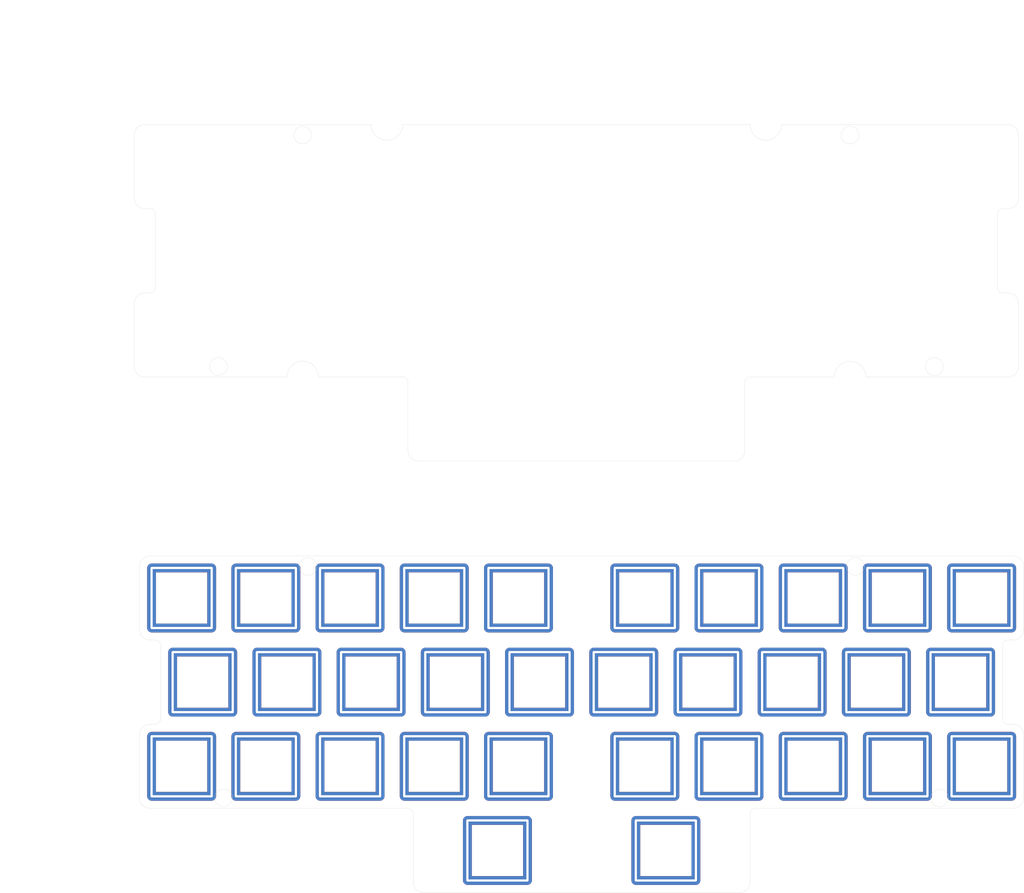
<source format=kicad_pcb>
(kicad_pcb (version 20221018) (generator pcbnew)
  (title_block (rev "1.0.0"))
  (layers (0 "F.Cu" signal) (31 "B.Cu" signal) (34 "B.Paste" user) (35 "F.Paste" user) (36 "B.SilkS" user "B.Silkscreen") (37 "F.SilkS" user "F.Silkscreen") (38 "B.Mask" user) (39 "F.Mask" user) (44 "Edge.Cuts" user))
  (net 0 "")
  (footprint "Marksard_Keyboard:SW_Hole_TH" (layer "F.Cu") (at 140.49375 73.81875)
    (fp_text reference "SW_HOLE-1" hide)
    (fp_text value "SW_HOLE-1" hide)
    (pad "1" thru_hole oval (at -6.8 0) (size 2 15.5) (drill oval 0.5 14) (layers "*.Cu" "*.Mask"))
    (pad "1" thru_hole oval (at 0 -6.8 90) (size 2 15.5) (drill oval 0.5 14) (layers "*.Cu" "*.Mask"))
    (pad "1" thru_hole oval (at 0 6.8 90) (size 2 15.5) (drill oval 0.5 14) (layers "*.Cu" "*.Mask"))
    (pad "1" thru_hole oval (at 6.8 0) (size 2 15.5) (drill oval 0.5 14) (layers "*.Cu" "*.Mask"))
  )
  (footprint "Marksard_Keyboard:SW_Hole_TH" (layer "F.Cu") (at 116.68125 92.86875)
    (fp_text reference "SW_HOLE-1" hide)
    (fp_text value "SW_HOLE-1" hide)
    (pad "1" thru_hole oval (at -6.8 0) (size 2 15.5) (drill oval 0.5 14) (layers "*.Cu" "*.Mask"))
    (pad "1" thru_hole oval (at 0 -6.8 90) (size 2 15.5) (drill oval 0.5 14) (layers "*.Cu" "*.Mask"))
    (pad "1" thru_hole oval (at 0 6.8 90) (size 2 15.5) (drill oval 0.5 14) (layers "*.Cu" "*.Mask"))
    (pad "1" thru_hole oval (at 6.8 0) (size 2 15.5) (drill oval 0.5 14) (layers "*.Cu" "*.Mask"))
  )
  (footprint "Marksard_Keyboard:SW_Hole_TH" (layer "F.Cu") (at 83.34375 73.81875)
    (fp_text reference "SW_HOLE-1" hide)
    (fp_text value "SW_HOLE-1" hide)
    (pad "1" thru_hole oval (at -6.8 0) (size 2 15.5) (drill oval 0.5 14) (layers "*.Cu" "*.Mask"))
    (pad "1" thru_hole oval (at 0 -6.8 90) (size 2 15.5) (drill oval 0.5 14) (layers "*.Cu" "*.Mask"))
    (pad "1" thru_hole oval (at 0 6.8 90) (size 2 15.5) (drill oval 0.5 14) (layers "*.Cu" "*.Mask"))
    (pad "1" thru_hole oval (at 6.8 0) (size 2 15.5) (drill oval 0.5 14) (layers "*.Cu" "*.Mask"))
  )
  (footprint "Marksard_Keyboard:SW_Hole_TH" (layer "F.Cu") (at 145.25625 92.86875)
    (fp_text reference "SW_HOLE-1" hide)
    (fp_text value "SW_HOLE-1" hide)
    (pad "1" thru_hole oval (at -6.8 0) (size 2 15.5) (drill oval 0.5 14) (layers "*.Cu" "*.Mask"))
    (pad "1" thru_hole oval (at 0 -6.8 90) (size 2 15.5) (drill oval 0.5 14) (layers "*.Cu" "*.Mask"))
    (pad "1" thru_hole oval (at 0 6.8 90) (size 2 15.5) (drill oval 0.5 14) (layers "*.Cu" "*.Mask"))
    (pad "1" thru_hole oval (at 6.8 0) (size 2 15.5) (drill oval 0.5 14) (layers "*.Cu" "*.Mask"))
  )
  (footprint "Marksard_Keyboard:SW_Hole_TH" (layer "F.Cu") (at 59.53125 54.76875)
    (fp_text reference "SW_HOLE-1" hide)
    (fp_text value "SW_HOLE-1" hide)
    (pad "1" thru_hole oval (at -6.8 0) (size 2 15.5) (drill oval 0.5 14) (layers "*.Cu" "*.Mask"))
    (pad "1" thru_hole oval (at 0 -6.8 90) (size 2 15.5) (drill oval 0.5 14) (layers "*.Cu" "*.Mask"))
    (pad "1" thru_hole oval (at 0 6.8 90) (size 2 15.5) (drill oval 0.5 14) (layers "*.Cu" "*.Mask"))
    (pad "1" thru_hole oval (at 6.8 0) (size 2 15.5) (drill oval 0.5 14) (layers "*.Cu" "*.Mask"))
  )
  (footprint "Marksard_Keyboard:SW_Hole_TH" (layer "F.Cu") (at 150.01875 111.91875)
    (fp_text reference "SW_HOLE-1" hide)
    (fp_text value "SW_HOLE-1" hide)
    (pad "1" thru_hole oval (at -6.8 0) (size 2 15.5) (drill oval 0.5 14) (layers "*.Cu" "*.Mask"))
    (pad "1" thru_hole oval (at 0 -6.8 90) (size 2 15.5) (drill oval 0.5 14) (layers "*.Cu" "*.Mask"))
    (pad "1" thru_hole oval (at 0 6.8 90) (size 2 15.5) (drill oval 0.5 14) (layers "*.Cu" "*.Mask"))
    (pad "1" thru_hole oval (at 6.8 0) (size 2 15.5) (drill oval 0.5 14) (layers "*.Cu" "*.Mask"))
  )
  (footprint "Marksard_Keyboard:SW_Hole_TH" (layer "F.Cu") (at 45.24375 73.81875)
    (fp_text reference "SW_HOLE-1" hide)
    (fp_text value "SW_HOLE-1" hide)
    (pad "1" thru_hole oval (at -6.8 0) (size 2 15.5) (drill oval 0.5 14) (layers "*.Cu" "*.Mask"))
    (pad "1" thru_hole oval (at 0 -6.8 90) (size 2 15.5) (drill oval 0.5 14) (layers "*.Cu" "*.Mask"))
    (pad "1" thru_hole oval (at 0 6.8 90) (size 2 15.5) (drill oval 0.5 14) (layers "*.Cu" "*.Mask"))
    (pad "1" thru_hole oval (at 6.8 0) (size 2 15.5) (drill oval 0.5 14) (layers "*.Cu" "*.Mask"))
  )
  (footprint "Marksard_Keyboard:SW_Hole_TH" (layer "F.Cu") (at 78.58125 92.86875)
    (fp_text reference "SW_HOLE-1" hide)
    (fp_text value "SW_HOLE-1" hide)
    (pad "1" thru_hole oval (at -6.8 0) (size 2 15.5) (drill oval 0.5 14) (layers "*.Cu" "*.Mask"))
    (pad "1" thru_hole oval (at 0 -6.8 90) (size 2 15.5) (drill oval 0.5 14) (layers "*.Cu" "*.Mask"))
    (pad "1" thru_hole oval (at 0 6.8 90) (size 2 15.5) (drill oval 0.5 14) (layers "*.Cu" "*.Mask"))
    (pad "1" thru_hole oval (at 6.8 0) (size 2 15.5) (drill oval 0.5 14) (layers "*.Cu" "*.Mask"))
  )
  (footprint "Marksard_Keyboard:SW_Hole_TH" (layer "F.Cu") (at 221.45625 92.86875)
    (fp_text reference "SW_HOLE-1" hide)
    (fp_text value "SW_HOLE-1" hide)
    (pad "1" thru_hole oval (at -6.8 0) (size 2 15.5) (drill oval 0.5 14) (layers "*.Cu" "*.Mask"))
    (pad "1" thru_hole oval (at 0 -6.8 90) (size 2 15.5) (drill oval 0.5 14) (layers "*.Cu" "*.Mask"))
    (pad "1" thru_hole oval (at 0 6.8 90) (size 2 15.5) (drill oval 0.5 14) (layers "*.Cu" "*.Mask"))
    (pad "1" thru_hole oval (at 6.8 0) (size 2 15.5) (drill oval 0.5 14) (layers "*.Cu" "*.Mask"))
  )
  (footprint "Marksard_Keyboard:SW_Hole_TH" (layer "F.Cu") (at 116.68125 54.76875)
    (fp_text reference "SW_HOLE-1" hide)
    (fp_text value "SW_HOLE-1" hide)
    (pad "1" thru_hole oval (at -6.8 0) (size 2 15.5) (drill oval 0.5 14) (layers "*.Cu" "*.Mask"))
    (pad "1" thru_hole oval (at 0 -6.8 90) (size 2 15.5) (drill oval 0.5 14) (layers "*.Cu" "*.Mask"))
    (pad "1" thru_hole oval (at 0 6.8 90) (size 2 15.5) (drill oval 0.5 14) (layers "*.Cu" "*.Mask"))
    (pad "1" thru_hole oval (at 6.8 0) (size 2 15.5) (drill oval 0.5 14) (layers "*.Cu" "*.Mask"))
  )
  (footprint "Marksard_Keyboard:SW_Hole_TH" (layer "F.Cu") (at 202.40625 54.76875)
    (fp_text reference "SW_HOLE-1" hide)
    (fp_text value "SW_HOLE-1" hide)
    (pad "1" thru_hole oval (at -6.8 0) (size 2 15.5) (drill oval 0.5 14) (layers "*.Cu" "*.Mask"))
    (pad "1" thru_hole oval (at 0 -6.8 90) (size 2 15.5) (drill oval 0.5 14) (layers "*.Cu" "*.Mask"))
    (pad "1" thru_hole oval (at 0 6.8 90) (size 2 15.5) (drill oval 0.5 14) (layers "*.Cu" "*.Mask"))
    (pad "1" thru_hole oval (at 6.8 0) (size 2 15.5) (drill oval 0.5 14) (layers "*.Cu" "*.Mask"))
  )
  (footprint "Marksard_Keyboard:SW_Hole_TH" (layer "F.Cu") (at 121.44375 73.81875)
    (fp_text reference "SW_HOLE-1" hide)
    (fp_text value "SW_HOLE-1" hide)
    (pad "1" thru_hole oval (at -6.8 0) (size 2 15.5) (drill oval 0.5 14) (layers "*.Cu" "*.Mask"))
    (pad "1" thru_hole oval (at 0 -6.8 90) (size 2 15.5) (drill oval 0.5 14) (layers "*.Cu" "*.Mask"))
    (pad "1" thru_hole oval (at 0 6.8 90) (size 2 15.5) (drill oval 0.5 14) (layers "*.Cu" "*.Mask"))
    (pad "1" thru_hole oval (at 6.8 0) (size 2 15.5) (drill oval 0.5 14) (layers "*.Cu" "*.Mask"))
  )
  (footprint "Marksard_Keyboard:SW_Hole_TH" (layer "F.Cu") (at 64.29375 73.81875)
    (fp_text reference "SW_HOLE-1" hide)
    (fp_text value "SW_HOLE-1" hide)
    (pad "1" thru_hole oval (at -6.8 0) (size 2 15.5) (drill oval 0.5 14) (layers "*.Cu" "*.Mask"))
    (pad "1" thru_hole oval (at 0 -6.8 90) (size 2 15.5) (drill oval 0.5 14) (layers "*.Cu" "*.Mask"))
    (pad "1" thru_hole oval (at 0 6.8 90) (size 2 15.5) (drill oval 0.5 14) (layers "*.Cu" "*.Mask"))
    (pad "1" thru_hole oval (at 6.8 0) (size 2 15.5) (drill oval 0.5 14) (layers "*.Cu" "*.Mask"))
  )
  (footprint "Marksard_Keyboard:SW_Hole_TH" (layer "F.Cu") (at 78.58125 54.76875)
    (fp_text reference "SW_HOLE-1" hide)
    (fp_text value "SW_HOLE-1" hide)
    (pad "1" thru_hole oval (at -6.8 0) (size 2 15.5) (drill oval 0.5 14) (layers "*.Cu" "*.Mask"))
    (pad "1" thru_hole oval (at 0 -6.8 90) (size 2 15.5) (drill oval 0.5 14) (layers "*.Cu" "*.Mask"))
    (pad "1" thru_hole oval (at 0 6.8 90) (size 2 15.5) (drill oval 0.5 14) (layers "*.Cu" "*.Mask"))
    (pad "1" thru_hole oval (at 6.8 0) (size 2 15.5) (drill oval 0.5 14) (layers "*.Cu" "*.Mask"))
  )
  (footprint "Marksard_Keyboard:SW_Hole_TH" (layer "F.Cu") (at 221.45625 54.76875)
    (fp_text reference "SW_HOLE-1" hide)
    (fp_text value "SW_HOLE-1" hide)
    (pad "1" thru_hole oval (at -6.8 0) (size 2 15.5) (drill oval 0.5 14) (layers "*.Cu" "*.Mask"))
    (pad "1" thru_hole oval (at 0 -6.8 90) (size 2 15.5) (drill oval 0.5 14) (layers "*.Cu" "*.Mask"))
    (pad "1" thru_hole oval (at 0 6.8 90) (size 2 15.5) (drill oval 0.5 14) (layers "*.Cu" "*.Mask"))
    (pad "1" thru_hole oval (at 6.8 0) (size 2 15.5) (drill oval 0.5 14) (layers "*.Cu" "*.Mask"))
  )
  (footprint "Marksard_Keyboard:SW_Hole_TH" (layer "F.Cu") (at 102.39375 73.81875)
    (fp_text reference "SW_HOLE-1" hide)
    (fp_text value "SW_HOLE-1" hide)
    (pad "1" thru_hole oval (at -6.8 0) (size 2 15.5) (drill oval 0.5 14) (layers "*.Cu" "*.Mask"))
    (pad "1" thru_hole oval (at 0 -6.8 90) (size 2 15.5) (drill oval 0.5 14) (layers "*.Cu" "*.Mask"))
    (pad "1" thru_hole oval (at 0 6.8 90) (size 2 15.5) (drill oval 0.5 14) (layers "*.Cu" "*.Mask"))
    (pad "1" thru_hole oval (at 6.8 0) (size 2 15.5) (drill oval 0.5 14) (layers "*.Cu" "*.Mask"))
  )
  (footprint "Marksard_Keyboard:SW_Hole_TH" (layer "F.Cu") (at 197.64375 73.81875)
    (fp_text reference "SW_HOLE-1" hide)
    (fp_text value "SW_HOLE-1" hide)
    (pad "1" thru_hole oval (at -6.8 0) (size 2 15.5) (drill oval 0.5 14) (layers "*.Cu" "*.Mask"))
    (pad "1" thru_hole oval (at 0 -6.8 90) (size 2 15.5) (drill oval 0.5 14) (layers "*.Cu" "*.Mask"))
    (pad "1" thru_hole oval (at 0 6.8 90) (size 2 15.5) (drill oval 0.5 14) (layers "*.Cu" "*.Mask"))
    (pad "1" thru_hole oval (at 6.8 0) (size 2 15.5) (drill oval 0.5 14) (layers "*.Cu" "*.Mask"))
  )
  (footprint "Marksard_Keyboard:SW_Hole_TH" (layer "F.Cu") (at 59.53125 92.86875)
    (fp_text reference "SW_HOLE-1" hide)
    (fp_text value "SW_HOLE-1" hide)
    (pad "1" thru_hole oval (at -6.8 0) (size 2 15.5) (drill oval 0.5 14) (layers "*.Cu" "*.Mask"))
    (pad "1" thru_hole oval (at 0 -6.8 90) (size 2 15.5) (drill oval 0.5 14) (layers "*.Cu" "*.Mask"))
    (pad "1" thru_hole oval (at 0 6.8 90) (size 2 15.5) (drill oval 0.5 14) (layers "*.Cu" "*.Mask"))
    (pad "1" thru_hole oval (at 6.8 0) (size 2 15.5) (drill oval 0.5 14) (layers "*.Cu" "*.Mask"))
  )
  (footprint "Marksard_Keyboard:SW_Hole_TH" (layer "F.Cu") (at 183.35625 92.86875)
    (fp_text reference "SW_HOLE-1" hide)
    (fp_text value "SW_HOLE-1" hide)
    (pad "1" thru_hole oval (at -6.8 0) (size 2 15.5) (drill oval 0.5 14) (layers "*.Cu" "*.Mask"))
    (pad "1" thru_hole oval (at 0 -6.8 90) (size 2 15.5) (drill oval 0.5 14) (layers "*.Cu" "*.Mask"))
    (pad "1" thru_hole oval (at 0 6.8 90) (size 2 15.5) (drill oval 0.5 14) (layers "*.Cu" "*.Mask"))
    (pad "1" thru_hole oval (at 6.8 0) (size 2 15.5) (drill oval 0.5 14) (layers "*.Cu" "*.Mask"))
  )
  (footprint "Marksard_Keyboard:SW_Hole_TH" (layer "F.Cu") (at 159.54375 73.81875)
    (fp_text reference "SW_HOLE-1" hide)
    (fp_text value "SW_HOLE-1" hide)
    (pad "1" thru_hole oval (at -6.8 0) (size 2 15.5) (drill oval 0.5 14) (layers "*.Cu" "*.Mask"))
    (pad "1" thru_hole oval (at 0 -6.8 90) (size 2 15.5) (drill oval 0.5 14) (layers "*.Cu" "*.Mask"))
    (pad "1" thru_hole oval (at 0 6.8 90) (size 2 15.5) (drill oval 0.5 14) (layers "*.Cu" "*.Mask"))
    (pad "1" thru_hole oval (at 6.8 0) (size 2 15.5) (drill oval 0.5 14) (layers "*.Cu" "*.Mask"))
  )
  (footprint "Marksard_Keyboard:SW_Hole_TH" (layer "F.Cu") (at 216.69375 73.81875)
    (fp_text reference "SW_HOLE-1" hide)
    (fp_text value "SW_HOLE-1" hide)
    (pad "1" thru_hole oval (at -6.8 0) (size 2 15.5) (drill oval 0.5 14) (layers "*.Cu" "*.Mask"))
    (pad "1" thru_hole oval (at 0 -6.8 90) (size 2 15.5) (drill oval 0.5 14) (layers "*.Cu" "*.Mask"))
    (pad "1" thru_hole oval (at 0 6.8 90) (size 2 15.5) (drill oval 0.5 14) (layers "*.Cu" "*.Mask"))
    (pad "1" thru_hole oval (at 6.8 0) (size 2 15.5) (drill oval 0.5 14) (layers "*.Cu" "*.Mask"))
  )
  (footprint "Marksard_Keyboard:SW_Hole_TH" (layer "F.Cu") (at 111.91875 111.91875)
    (fp_text reference "SW_HOLE-1" hide)
    (fp_text value "SW_HOLE-1" hide)
    (pad "1" thru_hole oval (at -6.8 0) (size 2 15.5) (drill oval 0.5 14) (layers "*.Cu" "*.Mask"))
    (pad "1" thru_hole oval (at 0 -6.8 90) (size 2 15.5) (drill oval 0.5 14) (layers "*.Cu" "*.Mask"))
    (pad "1" thru_hole oval (at 0 6.8 90) (size 2 15.5) (drill oval 0.5 14) (layers "*.Cu" "*.Mask"))
    (pad "1" thru_hole oval (at 6.8 0) (size 2 15.5) (drill oval 0.5 14) (layers "*.Cu" "*.Mask"))
  )
  (footprint "Marksard_Keyboard:SW_Hole_TH" (layer "F.Cu") (at 164.30625 54.76875)
    (fp_text reference "SW_HOLE-1" hide)
    (fp_text value "SW_HOLE-1" hide)
    (pad "1" thru_hole oval (at -6.8 0) (size 2 15.5) (drill oval 0.5 14) (layers "*.Cu" "*.Mask"))
    (pad "1" thru_hole oval (at 0 -6.8 90) (size 2 15.5) (drill oval 0.5 14) (layers "*.Cu" "*.Mask"))
    (pad "1" thru_hole oval (at 0 6.8 90) (size 2 15.5) (drill oval 0.5 14) (layers "*.Cu" "*.Mask"))
    (pad "1" thru_hole oval (at 6.8 0) (size 2 15.5) (drill oval 0.5 14) (layers "*.Cu" "*.Mask"))
  )
  (footprint "Marksard_Keyboard:SW_Hole_TH" (layer "F.Cu") (at 97.63125 54.76875)
    (fp_text reference "SW_HOLE-1" hide)
    (fp_text value "SW_HOLE-1" hide)
    (pad "1" thru_hole oval (at -6.8 0) (size 2 15.5) (drill oval 0.5 14) (layers "*.Cu" "*.Mask"))
    (pad "1" thru_hole oval (at 0 -6.8 90) (size 2 15.5) (drill oval 0.5 14) (layers "*.Cu" "*.Mask"))
    (pad "1" thru_hole oval (at 0 6.8 90) (size 2 15.5) (drill oval 0.5 14) (layers "*.Cu" "*.Mask"))
    (pad "1" thru_hole oval (at 6.8 0) (size 2 15.5) (drill oval 0.5 14) (layers "*.Cu" "*.Mask"))
  )
  (footprint "Marksard_Keyboard:SW_Hole_TH" (layer "F.Cu") (at 97.63125 92.86875)
    (fp_text reference "SW_HOLE-1" hide)
    (fp_text value "SW_HOLE-1" hide)
    (pad "1" thru_hole oval (at -6.8 0) (size 2 15.5) (drill oval 0.5 14) (layers "*.Cu" "*.Mask"))
    (pad "1" thru_hole oval (at 0 -6.8 90) (size 2 15.5) (drill oval 0.5 14) (layers "*.Cu" "*.Mask"))
    (pad "1" thru_hole oval (at 0 6.8 90) (size 2 15.5) (drill oval 0.5 14) (layers "*.Cu" "*.Mask"))
    (pad "1" thru_hole oval (at 6.8 0) (size 2 15.5) (drill oval 0.5 14) (layers "*.Cu" "*.Mask"))
  )
  (footprint "Marksard_Keyboard:SW_Hole_TH" (layer "F.Cu") (at 40.48125 92.86875)
    (fp_text reference "SW_HOLE-1" hide)
    (fp_text value "SW_HOLE-1" hide)
    (pad "1" thru_hole oval (at -6.8 0) (size 2 15.5) (drill oval 0.5 14) (layers "*.Cu" "*.Mask"))
    (pad "1" thru_hole oval (at 0 -6.8 90) (size 2 15.5) (drill oval 0.5 14) (layers "*.Cu" "*.Mask"))
    (pad "1" thru_hole oval (at 0 6.8 90) (size 2 15.5) (drill oval 0.5 14) (layers "*.Cu" "*.Mask"))
    (pad "1" thru_hole oval (at 6.8 0) (size 2 15.5) (drill oval 0.5 14) (layers "*.Cu" "*.Mask"))
  )
  (footprint "Marksard_Keyboard:SW_Hole_TH" (layer "F.Cu") (at 202.40625 92.86875)
    (fp_text reference "SW_HOLE-1" hide)
    (fp_text value "SW_HOLE-1" hide)
    (pad "1" thru_hole oval (at -6.8 0) (size 2 15.5) (drill oval 0.5 14) (layers "*.Cu" "*.Mask"))
    (pad "1" thru_hole oval (at 0 -6.8 90) (size 2 15.5) (drill oval 0.5 14) (layers "*.Cu" "*.Mask"))
    (pad "1" thru_hole oval (at 0 6.8 90) (size 2 15.5) (drill oval 0.5 14) (layers "*.Cu" "*.Mask"))
    (pad "1" thru_hole oval (at 6.8 0) (size 2 15.5) (drill oval 0.5 14) (layers "*.Cu" "*.Mask"))
  )
  (footprint "Marksard_Keyboard:SW_Hole_TH" (layer "F.Cu") (at 178.59375 73.81875)
    (fp_text reference "SW_HOLE-1" hide)
    (fp_text value "SW_HOLE-1" hide)
    (pad "1" thru_hole oval (at -6.8 0) (size 2 15.5) (drill oval 0.5 14) (layers "*.Cu" "*.Mask"))
    (pad "1" thru_hole oval (at 0 -6.8 90) (size 2 15.5) (drill oval 0.5 14) (layers "*.Cu" "*.Mask"))
    (pad "1" thru_hole oval (at 0 6.8 90) (size 2 15.5) (drill oval 0.5 14) (layers "*.Cu" "*.Mask"))
    (pad "1" thru_hole oval (at 6.8 0) (size 2 15.5) (drill oval 0.5 14) (layers "*.Cu" "*.Mask"))
  )
  (footprint "Marksard_Keyboard:SW_Hole_TH" (layer "F.Cu") (at 145.25625 54.76875)
    (fp_text reference "SW_HOLE-1" hide)
    (fp_text value "SW_HOLE-1" hide)
    (pad "1" thru_hole oval (at -6.8 0) (size 2 15.5) (drill oval 0.5 14) (layers "*.Cu" "*.Mask"))
    (pad "1" thru_hole oval (at 0 -6.8 90) (size 2 15.5) (drill oval 0.5 14) (layers "*.Cu" "*.Mask"))
    (pad "1" thru_hole oval (at 0 6.8 90) (size 2 15.5) (drill oval 0.5 14) (layers "*.Cu" "*.Mask"))
    (pad "1" thru_hole oval (at 6.8 0) (size 2 15.5) (drill oval 0.5 14) (layers "*.Cu" "*.Mask"))
  )
  (footprint "Marksard_Keyboard:SW_Hole_TH" (layer "F.Cu") (at 40.48125 54.76875)
    (fp_text reference "SW_HOLE-1" hide)
    (fp_text value "SW_HOLE-1" hide)
    (pad "1" thru_hole oval (at -6.8 0) (size 2 15.5) (drill oval 0.5 14) (layers "*.Cu" "*.Mask"))
    (pad "1" thru_hole oval (at 0 -6.8 90) (size 2 15.5) (drill oval 0.5 14) (layers "*.Cu" "*.Mask"))
    (pad "1" thru_hole oval (at 0 6.8 90) (size 2 15.5) (drill oval 0.5 14) (layers "*.Cu" "*.Mask"))
    (pad "1" thru_hole oval (at 6.8 0) (size 2 15.5) (drill oval 0.5 14) (layers "*.Cu" "*.Mask"))
  )
  (footprint "Marksard_Keyboard:SW_Hole_TH" (layer "F.Cu") (at 183.35625 54.76875)
    (fp_text reference "SW_HOLE-1" hide)
    (fp_text value "SW_HOLE-1" hide)
    (pad "1" thru_hole oval (at -6.8 0) (size 2 15.5) (drill oval 0.5 14) (layers "*.Cu" "*.Mask"))
    (pad "1" thru_hole oval (at 0 -6.8 90) (size 2 15.5) (drill oval 0.5 14) (layers "*.Cu" "*.Mask"))
    (pad "1" thru_hole oval (at 0 6.8 90) (size 2 15.5) (drill oval 0.5 14) (layers "*.Cu" "*.Mask"))
    (pad "1" thru_hole oval (at 6.8 0) (size 2 15.5) (drill oval 0.5 14) (layers "*.Cu" "*.Mask"))
  )
  (footprint "Marksard_Keyboard:SW_Hole_TH" (layer "F.Cu") (at 164.30625 92.86875)
    (fp_text reference "SW_HOLE-1" hide)
    (fp_text value "SW_HOLE-1" hide)
    (pad "1" thru_hole oval (at -6.8 0) (size 2 15.5) (drill oval 0.5 14) (layers "*.Cu" "*.Mask"))
    (pad "1" thru_hole oval (at 0 -6.8 90) (size 2 15.5) (drill oval 0.5 14) (layers "*.Cu" "*.Mask"))
    (pad "1" thru_hole oval (at 0 6.8 90) (size 2 15.5) (drill oval 0.5 14) (layers "*.Cu" "*.Mask"))
    (pad "1" thru_hole oval (at 6.8 0) (size 2 15.5) (drill oval 0.5 14) (layers "*.Cu" "*.Mask"))
  )
  (gr_line (start 33.3375 102.39375) (end 91.678125 102.39375) (stroke (width 0.05)) (layer "Edge.Cuts"))
  (gr_line (start 90.487534 -52.38759) (end 169.06885 -52.38759) (stroke (width 0.05)) (layer "Edge.Cuts"))
  (gr_circle (center 191.690616 -50.006332) (end 193.690616 -50.006332) (stroke (width 0.05)) (fill none) (layer "Edge.Cuts"))
  (gr_line (start 230.98125 61.9125) (end 230.98125 47.625) (stroke (width 0.05)) (layer "Edge.Cuts"))
  (gr_circle (center 67.865616 -50.006332) (end 69.865616 -50.006332) (stroke (width 0.05)) (fill none) (layer "Edge.Cuts"))
  (gr_arc (start 33.3375 102.39375) (mid 31.653702 101.696298) (end 30.95625 100.0125) (stroke (width 0.05)) (layer "Edge.Cuts"))
  (gr_arc (start 33.3375 64.29375) (mid 31.653702 63.596298) (end 30.95625 61.9125) (stroke (width 0.05)) (layer "Edge.Cuts"))
  (gr_circle (center 69.05625 47.625) (end 71.05625 47.625) (stroke (width 0.05)) (fill none) (layer "Edge.Cuts"))
  (gr_arc (start 227.409375 83.34375) (mid 226.567476 82.995024) (end 226.21875 82.153125) (stroke (width 0.05)) (layer "Edge.Cuts"))
  (gr_line (start 32.146866 4.762418) (end 64.293762 4.762458) (stroke (width 0.05)) (layer "Edge.Cuts"))
  (gr_line (start 225.028116 -32.146957) (end 225.028116 -15.478207) (stroke (width 0.05)) (layer "Edge.Cuts"))
  (gr_line (start 227.409366 -33.337582) (end 226.218741 -33.337582) (stroke (width 0.05)) (layer "Edge.Cuts"))
  (gr_line (start 94.059366 23.812418) (end 165.496866 23.812418) (stroke (width 0.05)) (layer "Edge.Cuts"))
  (gr_line (start 91.678116 21.431168) (end 91.678116 5.953043) (stroke (width 0.05)) (layer "Edge.Cuts"))
  (gr_circle (center 50.00625 100.0125) (end 52.00625 100.0125) (stroke (width 0.05)) (fill none) (layer "Edge.Cuts"))
  (gr_line (start 227.409366 -14.287582) (end 226.218741 -14.287582) (stroke (width 0.05)) (layer "Edge.Cuts"))
  (gr_line (start 71.43747 4.762458) (end 90.487491 4.762418) (stroke (width 0.05)) (layer "Edge.Cuts"))
  (gr_arc (start 90.487534 -52.38759) (mid 86.915656 -48.815712) (end 83.343778 -52.38759) (stroke (width 0.05)) (layer "Edge.Cuts"))
  (gr_arc (start 30.95625 47.625) (mid 31.653702 45.941202) (end 33.3375 45.24375) (stroke (width 0.05)) (layer "Edge.Cuts"))
  (gr_line (start 30.95625 47.625) (end 30.95625 61.9125) (stroke (width 0.05)) (layer "Edge.Cuts"))
  (gr_line (start 229.790616 -11.906332) (end 229.790616 2.381168) (stroke (width 0.05)) (layer "Edge.Cuts"))
  (gr_line (start 170.259375 102.39375) (end 228.6 102.39375) (stroke (width 0.05)) (layer "Edge.Cuts"))
  (gr_line (start 195.262622 4.762458) (end 227.409366 4.762418) (stroke (width 0.05)) (layer "Edge.Cuts"))
  (gr_arc (start 229.790616 2.381168) (mid 229.093149 4.064951) (end 227.409366 4.762418) (stroke (width 0.05)) (layer "Edge.Cuts"))
  (gr_line (start 29.765616 -11.906332) (end 29.765616 2.381168) (stroke (width 0.05)) (layer "Edge.Cuts"))
  (gr_line (start 95.25 121.44375) (end 166.6875 121.44375) (stroke (width 0.05)) (layer "Edge.Cuts"))
  (gr_arc (start 228.6 45.24375) (mid 230.283798 45.941202) (end 230.98125 47.625) (stroke (width 0.05)) (layer "Edge.Cuts"))
  (gr_line (start 230.98125 85.725) (end 230.98125 100.0125) (stroke (width 0.05)) (layer "Edge.Cuts"))
  (gr_arc (start 169.06875 119.0625) (mid 168.371298 120.746298) (end 166.6875 121.44375) (stroke (width 0.05)) (layer "Edge.Cuts"))
  (gr_arc (start 227.409366 -14.287582) (mid 229.093149 -13.590115) (end 229.790616 -11.906332) (stroke (width 0.05)) (layer "Edge.Cuts"))
  (gr_line (start 30.95625 85.725) (end 30.95625 100.0125) (stroke (width 0.05)) (layer "Edge.Cuts"))
  (gr_circle (center 211.93125 100.0125) (end 213.93125 100.0125) (stroke (width 0.05)) (fill none) (layer "Edge.Cuts"))
  (gr_arc (start 33.337491 -33.337582) (mid 34.179383 -32.988849) (end 34.528116 -32.146957) (stroke (width 0.05)) (layer "Edge.Cuts"))
  (gr_line (start 226.21875 65.484375) (end 226.21875 82.153125) (stroke (width 0.05)) (layer "Edge.Cuts"))
  (gr_line (start 34.528125 83.34375) (end 33.3375 83.34375) (stroke (width 0.05)) (layer "Edge.Cuts"))
  (gr_circle (center 210.740616 2.381168) (end 212.740616 2.381168) (stroke (width 0.05)) (fill none) (layer "Edge.Cuts"))
  (gr_line (start 92.86875 119.0625) (end 92.86875 103.584375) (stroke (width 0.05)) (layer "Edge.Cuts"))
  (gr_arc (start 225.028116 -32.146957) (mid 225.376835 -32.988863) (end 226.218741 -33.337582) (stroke (width 0.05)) (layer "Edge.Cuts"))
  (gr_arc (start 230.98125 100.0125) (mid 230.283798 101.696298) (end 228.6 102.39375) (stroke (width 0.05)) (layer "Edge.Cuts"))
  (gr_arc (start 228.6 83.34375) (mid 230.283798 84.041202) (end 230.98125 85.725) (stroke (width 0.05)) (layer "Edge.Cuts"))
  (gr_arc (start 95.25 121.44375) (mid 93.566202 120.746298) (end 92.86875 119.0625) (stroke (width 0.05)) (layer "Edge.Cuts"))
  (gr_arc (start 90.487491 4.762418) (mid 91.329397 5.111137) (end 91.678116 5.953043) (stroke (width 0.05)) (layer "Edge.Cuts"))
  (gr_arc (start 94.059366 23.812418) (mid 92.375583 23.114951) (end 91.678116 21.431168) (stroke (width 0.05)) (layer "Edge.Cuts"))
  (gr_line (start 33.3375 45.24375) (end 228.6 45.24375) (stroke (width 0.05)) (layer "Edge.Cuts"))
  (gr_arc (start 226.218741 -14.287582) (mid 225.376835 -14.636301) (end 225.028116 -15.478207) (stroke (width 0.05)) (layer "Edge.Cuts"))
  (gr_line (start 176.212606 -52.38759) (end 227.409366 -52.387582) (stroke (width 0.05)) (layer "Edge.Cuts"))
  (gr_arc (start 227.409366 -52.387582) (mid 229.093149 -51.690115) (end 229.790616 -50.006332) (stroke (width 0.05)) (layer "Edge.Cuts"))
  (gr_arc (start 34.528116 -15.478207) (mid 34.179383 -14.636315) (end 33.337491 -14.287582) (stroke (width 0.05)) (layer "Edge.Cuts"))
  (gr_line (start 33.3375 64.29375) (end 34.528125 64.29375) (stroke (width 0.05)) (layer "Edge.Cuts"))
  (gr_arc (start 167.878116 21.431168) (mid 167.180649 23.114951) (end 165.496866 23.812418) (stroke (width 0.05)) (layer "Edge.Cuts"))
  (gr_line (start 167.878116 21.431168) (end 167.878116 5.953043) (stroke (width 0.05)) (layer "Edge.Cuts"))
  (gr_arc (start 169.06875 103.584375) (mid 169.417476 102.742476) (end 170.259375 102.39375) (stroke (width 0.05)) (layer "Edge.Cuts"))
  (gr_circle (center 48.815616 2.381168) (end 50.815616 2.381168) (stroke (width 0.05)) (fill none) (layer "Edge.Cuts"))
  (gr_arc (start 29.765616 -50.006332) (mid 30.463068 -51.69013) (end 32.146866 -52.387582) (stroke (width 0.05)) (layer "Edge.Cuts"))
  (gr_line (start 33.337491 -14.287582) (end 32.146866 -14.287582) (stroke (width 0.05)) (layer "Edge.Cuts"))
  (gr_arc (start 230.98125 61.9125) (mid 230.283798 63.596298) (end 228.6 64.29375) (stroke (width 0.05)) (layer "Edge.Cuts"))
  (gr_arc (start 188.118866 4.762458) (mid 191.690744 1.19058) (end 195.262622 4.762458) (stroke (width 0.05)) (layer "Edge.Cuts"))
  (gr_arc (start 30.95625 85.725) (mid 31.653702 84.041202) (end 33.3375 83.34375) (stroke (width 0.05)) (layer "Edge.Cuts"))
  (gr_line (start 228.6 83.34375) (end 227.409375 83.34375) (stroke (width 0.05)) (layer "Edge.Cuts"))
  (gr_arc (start 167.878116 5.953043) (mid 168.226835 5.111137) (end 169.068741 4.762418) (stroke (width 0.05)) (layer "Edge.Cuts"))
  (gr_line (start 228.6 64.29375) (end 227.409375 64.29375) (stroke (width 0.05)) (layer "Edge.Cuts"))
  (gr_arc (start 176.212606 -52.38759) (mid 172.640728 -48.815712) (end 169.06885 -52.38759) (stroke (width 0.05)) (layer "Edge.Cuts"))
  (gr_line (start 169.068741 4.762418) (end 188.118866 4.762458) (stroke (width 0.05)) (layer "Edge.Cuts"))
  (gr_line (start 35.71875 65.484375) (end 35.71875 82.153125) (stroke (width 0.05)) (layer "Edge.Cuts"))
  (gr_arc (start 29.765616 -11.906332) (mid 30.463068 -13.59013) (end 32.146866 -14.287582) (stroke (width 0.05)) (layer "Edge.Cuts"))
  (gr_arc (start 32.146866 4.762418) (mid 30.463068 4.064966) (end 29.765616 2.381168) (stroke (width 0.05)) (layer "Edge.Cuts"))
  (gr_line (start 229.790616 -35.718832) (end 229.790616 -50.006332) (stroke (width 0.05)) (layer "Edge.Cuts"))
  (gr_arc (start 91.678125 102.39375) (mid 92.520024 102.742476) (end 92.86875 103.584375) (stroke (width 0.05)) (layer "Edge.Cuts"))
  (gr_line (start 32.146866 -52.387582) (end 83.343778 -52.38759) (stroke (width 0.05)) (layer "Edge.Cuts"))
  (gr_line (start 34.528116 -32.146957) (end 34.528116 -15.478207) (stroke (width 0.05)) (layer "Edge.Cuts"))
  (gr_arc (start 64.293762 4.762458) (mid 67.865616 1.190564) (end 71.43747 4.762458) (stroke (width 0.05)) (layer "Edge.Cuts"))
  (gr_arc (start 229.790616 -35.718832) (mid 229.093149 -34.035049) (end 227.409366 -33.337582) (stroke (width 0.05)) (layer "Edge.Cuts"))
  (gr_line (start 32.146866 -33.337582) (end 33.337491 -33.337582) (stroke (width 0.05)) (layer "Edge.Cuts"))
  (gr_arc (start 226.21875 65.484375) (mid 226.567476 64.642476) (end 227.409375 64.29375) (stroke (width 0.05)) (layer "Edge.Cuts"))
  (gr_arc (start 35.71875 82.153125) (mid 35.370024 82.995024) (end 34.528125 83.34375) (stroke (width 0.05)) (layer "Edge.Cuts"))
  (gr_circle (center 192.88125 47.625) (end 194.88125 47.625) (stroke (width 0.05)) (fill none) (layer "Edge.Cuts"))
  (gr_arc (start 34.528125 64.29375) (mid 35.370024 64.642476) (end 35.71875 65.484375) (stroke (width 0.05)) (layer "Edge.Cuts"))
  (gr_arc (start 32.146866 -33.337582) (mid 30.463068 -34.035034) (end 29.765616 -35.718832) (stroke (width 0.05)) (layer "Edge.Cuts"))
  (gr_line (start 29.765616 -50.006332) (end 29.765616 -35.718832) (stroke (width 0.05)) (layer "Edge.Cuts"))
  (gr_line (start 169.06875 119.0625) (end 169.06875 103.584375) (stroke (width 0.05)) (layer "Edge.Cuts"))
)
</source>
